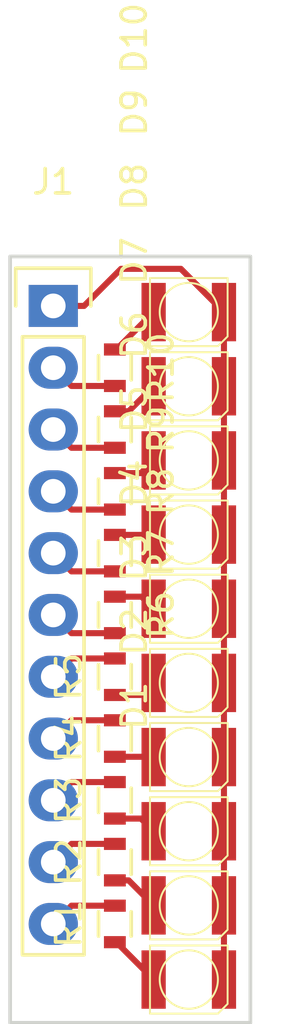
<source format=kicad_pcb>
(kicad_pcb (version 4) (host pcbnew 4.0.5)

  (general
    (links 30)
    (no_connects 0)
    (area 136.158572 94.031619 148.843 136.219001)
    (thickness 1.6)
    (drawings 4)
    (tracks 53)
    (zones 0)
    (modules 21)
    (nets 22)
  )

  (page A4)
  (layers
    (0 F.Cu signal)
    (31 B.Cu signal)
    (32 B.Adhes user)
    (33 F.Adhes user)
    (34 B.Paste user)
    (35 F.Paste user)
    (36 B.SilkS user)
    (37 F.SilkS user)
    (38 B.Mask user)
    (39 F.Mask user)
    (40 Dwgs.User user)
    (41 Cmts.User user)
    (42 Eco1.User user)
    (43 Eco2.User user)
    (44 Edge.Cuts user)
    (45 Margin user)
    (46 B.CrtYd user)
    (47 F.CrtYd user)
    (48 B.Fab user)
    (49 F.Fab user)
  )

  (setup
    (last_trace_width 0.25)
    (trace_clearance 0.2)
    (zone_clearance 0.508)
    (zone_45_only no)
    (trace_min 0.2)
    (segment_width 0.2)
    (edge_width 0.15)
    (via_size 0.6)
    (via_drill 0.4)
    (via_min_size 0.4)
    (via_min_drill 0.3)
    (uvia_size 0.3)
    (uvia_drill 0.1)
    (uvias_allowed no)
    (uvia_min_size 0.2)
    (uvia_min_drill 0.1)
    (pcb_text_width 0.3)
    (pcb_text_size 1.5 1.5)
    (mod_edge_width 0.15)
    (mod_text_size 1 1)
    (mod_text_width 0.15)
    (pad_size 1.524 1.524)
    (pad_drill 0.762)
    (pad_to_mask_clearance 0.2)
    (aux_axis_origin 137.16 135.89)
    (grid_origin 137.16 135.89)
    (visible_elements FFFFFF7F)
    (pcbplotparams
      (layerselection 0x01000_00000000)
      (usegerberextensions false)
      (excludeedgelayer true)
      (linewidth 0.100000)
      (plotframeref false)
      (viasonmask false)
      (mode 1)
      (useauxorigin true)
      (hpglpennumber 1)
      (hpglpenspeed 20)
      (hpglpendiameter 15)
      (hpglpenoverlay 2)
      (psnegative false)
      (psa4output false)
      (plotreference false)
      (plotvalue false)
      (plotinvisibletext false)
      (padsonsilk false)
      (subtractmaskfromsilk false)
      (outputformat 1)
      (mirror false)
      (drillshape 0)
      (scaleselection 1)
      (outputdirectory ""))
  )

  (net 0 "")
  (net 1 GNDREF)
  (net 2 "Net-(D1-Pad2)")
  (net 3 "Net-(D2-Pad2)")
  (net 4 "Net-(D3-Pad2)")
  (net 5 "Net-(D4-Pad2)")
  (net 6 "Net-(D5-Pad2)")
  (net 7 "Net-(D6-Pad2)")
  (net 8 "Net-(D7-Pad2)")
  (net 9 "Net-(D8-Pad2)")
  (net 10 "Net-(D9-Pad2)")
  (net 11 "Net-(D10-Pad2)")
  (net 12 "Net-(J1-Pad2)")
  (net 13 "Net-(J1-Pad3)")
  (net 14 "Net-(J1-Pad4)")
  (net 15 "Net-(J1-Pad5)")
  (net 16 "Net-(J1-Pad6)")
  (net 17 "Net-(J1-Pad7)")
  (net 18 "Net-(J1-Pad8)")
  (net 19 "Net-(J1-Pad9)")
  (net 20 "Net-(J1-Pad10)")
  (net 21 "Net-(J1-Pad11)")

  (net_class Default "Questo è il gruppo di collegamenti predefinito"
    (clearance 0.2)
    (trace_width 0.25)
    (via_dia 0.6)
    (via_drill 0.4)
    (uvia_dia 0.3)
    (uvia_drill 0.1)
    (add_net GNDREF)
    (add_net "Net-(D1-Pad2)")
    (add_net "Net-(D10-Pad2)")
    (add_net "Net-(D2-Pad2)")
    (add_net "Net-(D3-Pad2)")
    (add_net "Net-(D4-Pad2)")
    (add_net "Net-(D5-Pad2)")
    (add_net "Net-(D6-Pad2)")
    (add_net "Net-(D7-Pad2)")
    (add_net "Net-(D8-Pad2)")
    (add_net "Net-(D9-Pad2)")
    (add_net "Net-(J1-Pad10)")
    (add_net "Net-(J1-Pad11)")
    (add_net "Net-(J1-Pad2)")
    (add_net "Net-(J1-Pad3)")
    (add_net "Net-(J1-Pad4)")
    (add_net "Net-(J1-Pad5)")
    (add_net "Net-(J1-Pad6)")
    (add_net "Net-(J1-Pad7)")
    (add_net "Net-(J1-Pad8)")
    (add_net "Net-(J1-Pad9)")
  )

  (module foots:LED_3528 (layer F.Cu) (tedit 58E60169) (tstamp 58E60271)
    (at 144.018 134.366 90)
    (path /58E5FC86)
    (fp_text reference D1 (at 11.25 -2.25 90) (layer F.SilkS)
      (effects (font (size 1 1) (thickness 0.15)))
    )
    (fp_text value LED (at 9.75 3.75 90) (layer F.Fab)
      (effects (font (size 1 1) (thickness 0.15)))
    )
    (fp_line (start 1.4 1.6) (end -1 1.6) (layer F.SilkS) (width 0.08))
    (fp_line (start -1 1.6) (end -1.4 1.2) (layer F.SilkS) (width 0.08))
    (fp_line (start -1.4 1.2) (end -1.4 -1.6) (layer F.SilkS) (width 0.08))
    (fp_circle (center 0 0) (end 1.2 0) (layer F.SilkS) (width 0.08))
    (fp_line (start 1.4 1.6) (end 1.4 -1.6) (layer F.SilkS) (width 0.08))
    (fp_line (start 1.4 -1.6) (end -1.4 -1.6) (layer F.SilkS) (width 0.08))
    (pad 1 smd rect (at 0 1.45 90) (size 2.4 1) (layers F.Cu F.Paste F.Mask)
      (net 1 GNDREF))
    (pad 2 smd rect (at 0 -1.45 90) (size 2.4 1) (layers F.Cu F.Paste F.Mask)
      (net 2 "Net-(D1-Pad2)"))
  )

  (module foots:LED_3528 (layer F.Cu) (tedit 58E60169) (tstamp 58E6027D)
    (at 144.018 131.318 90)
    (path /58E5FD76)
    (fp_text reference D2 (at 11.25 -2.25 90) (layer F.SilkS)
      (effects (font (size 1 1) (thickness 0.15)))
    )
    (fp_text value LED (at 9.75 3.75 90) (layer F.Fab)
      (effects (font (size 1 1) (thickness 0.15)))
    )
    (fp_line (start 1.4 1.6) (end -1 1.6) (layer F.SilkS) (width 0.08))
    (fp_line (start -1 1.6) (end -1.4 1.2) (layer F.SilkS) (width 0.08))
    (fp_line (start -1.4 1.2) (end -1.4 -1.6) (layer F.SilkS) (width 0.08))
    (fp_circle (center 0 0) (end 1.2 0) (layer F.SilkS) (width 0.08))
    (fp_line (start 1.4 1.6) (end 1.4 -1.6) (layer F.SilkS) (width 0.08))
    (fp_line (start 1.4 -1.6) (end -1.4 -1.6) (layer F.SilkS) (width 0.08))
    (pad 1 smd rect (at 0 1.45 90) (size 2.4 1) (layers F.Cu F.Paste F.Mask)
      (net 1 GNDREF))
    (pad 2 smd rect (at 0 -1.45 90) (size 2.4 1) (layers F.Cu F.Paste F.Mask)
      (net 3 "Net-(D2-Pad2)"))
  )

  (module foots:LED_3528 (layer F.Cu) (tedit 58E60169) (tstamp 58E60289)
    (at 144.018 128.27 90)
    (path /58E5FE5A)
    (fp_text reference D3 (at 11.25 -2.25 90) (layer F.SilkS)
      (effects (font (size 1 1) (thickness 0.15)))
    )
    (fp_text value LED (at 9.75 3.75 90) (layer F.Fab)
      (effects (font (size 1 1) (thickness 0.15)))
    )
    (fp_line (start 1.4 1.6) (end -1 1.6) (layer F.SilkS) (width 0.08))
    (fp_line (start -1 1.6) (end -1.4 1.2) (layer F.SilkS) (width 0.08))
    (fp_line (start -1.4 1.2) (end -1.4 -1.6) (layer F.SilkS) (width 0.08))
    (fp_circle (center 0 0) (end 1.2 0) (layer F.SilkS) (width 0.08))
    (fp_line (start 1.4 1.6) (end 1.4 -1.6) (layer F.SilkS) (width 0.08))
    (fp_line (start 1.4 -1.6) (end -1.4 -1.6) (layer F.SilkS) (width 0.08))
    (pad 1 smd rect (at 0 1.45 90) (size 2.4 1) (layers F.Cu F.Paste F.Mask)
      (net 1 GNDREF))
    (pad 2 smd rect (at 0 -1.45 90) (size 2.4 1) (layers F.Cu F.Paste F.Mask)
      (net 4 "Net-(D3-Pad2)"))
  )

  (module foots:LED_3528 (layer F.Cu) (tedit 58E60169) (tstamp 58E60295)
    (at 144.018 125.222 90)
    (path /58E5FE69)
    (fp_text reference D4 (at 11.25 -2.25 90) (layer F.SilkS)
      (effects (font (size 1 1) (thickness 0.15)))
    )
    (fp_text value LED (at 9.75 3.75 90) (layer F.Fab)
      (effects (font (size 1 1) (thickness 0.15)))
    )
    (fp_line (start 1.4 1.6) (end -1 1.6) (layer F.SilkS) (width 0.08))
    (fp_line (start -1 1.6) (end -1.4 1.2) (layer F.SilkS) (width 0.08))
    (fp_line (start -1.4 1.2) (end -1.4 -1.6) (layer F.SilkS) (width 0.08))
    (fp_circle (center 0 0) (end 1.2 0) (layer F.SilkS) (width 0.08))
    (fp_line (start 1.4 1.6) (end 1.4 -1.6) (layer F.SilkS) (width 0.08))
    (fp_line (start 1.4 -1.6) (end -1.4 -1.6) (layer F.SilkS) (width 0.08))
    (pad 1 smd rect (at 0 1.45 90) (size 2.4 1) (layers F.Cu F.Paste F.Mask)
      (net 1 GNDREF))
    (pad 2 smd rect (at 0 -1.45 90) (size 2.4 1) (layers F.Cu F.Paste F.Mask)
      (net 5 "Net-(D4-Pad2)"))
  )

  (module foots:LED_3528 (layer F.Cu) (tedit 58E60169) (tstamp 58E602A1)
    (at 144.018 122.174 90)
    (path /58E5FF40)
    (fp_text reference D5 (at 11.25 -2.25 90) (layer F.SilkS)
      (effects (font (size 1 1) (thickness 0.15)))
    )
    (fp_text value LED (at 9.75 3.75 90) (layer F.Fab)
      (effects (font (size 1 1) (thickness 0.15)))
    )
    (fp_line (start 1.4 1.6) (end -1 1.6) (layer F.SilkS) (width 0.08))
    (fp_line (start -1 1.6) (end -1.4 1.2) (layer F.SilkS) (width 0.08))
    (fp_line (start -1.4 1.2) (end -1.4 -1.6) (layer F.SilkS) (width 0.08))
    (fp_circle (center 0 0) (end 1.2 0) (layer F.SilkS) (width 0.08))
    (fp_line (start 1.4 1.6) (end 1.4 -1.6) (layer F.SilkS) (width 0.08))
    (fp_line (start 1.4 -1.6) (end -1.4 -1.6) (layer F.SilkS) (width 0.08))
    (pad 1 smd rect (at 0 1.45 90) (size 2.4 1) (layers F.Cu F.Paste F.Mask)
      (net 1 GNDREF))
    (pad 2 smd rect (at 0 -1.45 90) (size 2.4 1) (layers F.Cu F.Paste F.Mask)
      (net 6 "Net-(D5-Pad2)"))
  )

  (module foots:LED_3528 (layer F.Cu) (tedit 58E60169) (tstamp 58E602AD)
    (at 144.018 119.126 90)
    (path /58E5FF4F)
    (fp_text reference D6 (at 11.25 -2.25 90) (layer F.SilkS)
      (effects (font (size 1 1) (thickness 0.15)))
    )
    (fp_text value LED (at 9.75 3.75 90) (layer F.Fab)
      (effects (font (size 1 1) (thickness 0.15)))
    )
    (fp_line (start 1.4 1.6) (end -1 1.6) (layer F.SilkS) (width 0.08))
    (fp_line (start -1 1.6) (end -1.4 1.2) (layer F.SilkS) (width 0.08))
    (fp_line (start -1.4 1.2) (end -1.4 -1.6) (layer F.SilkS) (width 0.08))
    (fp_circle (center 0 0) (end 1.2 0) (layer F.SilkS) (width 0.08))
    (fp_line (start 1.4 1.6) (end 1.4 -1.6) (layer F.SilkS) (width 0.08))
    (fp_line (start 1.4 -1.6) (end -1.4 -1.6) (layer F.SilkS) (width 0.08))
    (pad 1 smd rect (at 0 1.45 90) (size 2.4 1) (layers F.Cu F.Paste F.Mask)
      (net 1 GNDREF))
    (pad 2 smd rect (at 0 -1.45 90) (size 2.4 1) (layers F.Cu F.Paste F.Mask)
      (net 7 "Net-(D6-Pad2)"))
  )

  (module foots:LED_3528 (layer F.Cu) (tedit 58E60169) (tstamp 58E602B9)
    (at 144.018 116.078 90)
    (path /58E5FF5E)
    (fp_text reference D7 (at 11.25 -2.25 90) (layer F.SilkS)
      (effects (font (size 1 1) (thickness 0.15)))
    )
    (fp_text value LED (at 9.75 3.75 90) (layer F.Fab)
      (effects (font (size 1 1) (thickness 0.15)))
    )
    (fp_line (start 1.4 1.6) (end -1 1.6) (layer F.SilkS) (width 0.08))
    (fp_line (start -1 1.6) (end -1.4 1.2) (layer F.SilkS) (width 0.08))
    (fp_line (start -1.4 1.2) (end -1.4 -1.6) (layer F.SilkS) (width 0.08))
    (fp_circle (center 0 0) (end 1.2 0) (layer F.SilkS) (width 0.08))
    (fp_line (start 1.4 1.6) (end 1.4 -1.6) (layer F.SilkS) (width 0.08))
    (fp_line (start 1.4 -1.6) (end -1.4 -1.6) (layer F.SilkS) (width 0.08))
    (pad 1 smd rect (at 0 1.45 90) (size 2.4 1) (layers F.Cu F.Paste F.Mask)
      (net 1 GNDREF))
    (pad 2 smd rect (at 0 -1.45 90) (size 2.4 1) (layers F.Cu F.Paste F.Mask)
      (net 8 "Net-(D7-Pad2)"))
  )

  (module foots:LED_3528 (layer F.Cu) (tedit 58E60169) (tstamp 58E602C5)
    (at 144.018 113.03 90)
    (path /58E5FF6D)
    (fp_text reference D8 (at 11.25 -2.25 90) (layer F.SilkS)
      (effects (font (size 1 1) (thickness 0.15)))
    )
    (fp_text value LED (at 9.75 3.75 90) (layer F.Fab)
      (effects (font (size 1 1) (thickness 0.15)))
    )
    (fp_line (start 1.4 1.6) (end -1 1.6) (layer F.SilkS) (width 0.08))
    (fp_line (start -1 1.6) (end -1.4 1.2) (layer F.SilkS) (width 0.08))
    (fp_line (start -1.4 1.2) (end -1.4 -1.6) (layer F.SilkS) (width 0.08))
    (fp_circle (center 0 0) (end 1.2 0) (layer F.SilkS) (width 0.08))
    (fp_line (start 1.4 1.6) (end 1.4 -1.6) (layer F.SilkS) (width 0.08))
    (fp_line (start 1.4 -1.6) (end -1.4 -1.6) (layer F.SilkS) (width 0.08))
    (pad 1 smd rect (at 0 1.45 90) (size 2.4 1) (layers F.Cu F.Paste F.Mask)
      (net 1 GNDREF))
    (pad 2 smd rect (at 0 -1.45 90) (size 2.4 1) (layers F.Cu F.Paste F.Mask)
      (net 9 "Net-(D8-Pad2)"))
  )

  (module foots:LED_3528 (layer F.Cu) (tedit 58E60169) (tstamp 58E602D1)
    (at 144.018 109.982 90)
    (path /58E5FFDD)
    (fp_text reference D9 (at 11.25 -2.25 90) (layer F.SilkS)
      (effects (font (size 1 1) (thickness 0.15)))
    )
    (fp_text value LED (at 9.75 3.75 90) (layer F.Fab)
      (effects (font (size 1 1) (thickness 0.15)))
    )
    (fp_line (start 1.4 1.6) (end -1 1.6) (layer F.SilkS) (width 0.08))
    (fp_line (start -1 1.6) (end -1.4 1.2) (layer F.SilkS) (width 0.08))
    (fp_line (start -1.4 1.2) (end -1.4 -1.6) (layer F.SilkS) (width 0.08))
    (fp_circle (center 0 0) (end 1.2 0) (layer F.SilkS) (width 0.08))
    (fp_line (start 1.4 1.6) (end 1.4 -1.6) (layer F.SilkS) (width 0.08))
    (fp_line (start 1.4 -1.6) (end -1.4 -1.6) (layer F.SilkS) (width 0.08))
    (pad 1 smd rect (at 0 1.45 90) (size 2.4 1) (layers F.Cu F.Paste F.Mask)
      (net 1 GNDREF))
    (pad 2 smd rect (at 0 -1.45 90) (size 2.4 1) (layers F.Cu F.Paste F.Mask)
      (net 10 "Net-(D9-Pad2)"))
  )

  (module foots:LED_3528 (layer F.Cu) (tedit 58E60169) (tstamp 58E602DD)
    (at 144.018 106.934 90)
    (path /58E5FFEC)
    (fp_text reference D10 (at 11.25 -2.25 90) (layer F.SilkS)
      (effects (font (size 1 1) (thickness 0.15)))
    )
    (fp_text value LED (at 9.75 3.75 90) (layer F.Fab)
      (effects (font (size 1 1) (thickness 0.15)))
    )
    (fp_line (start 1.4 1.6) (end -1 1.6) (layer F.SilkS) (width 0.08))
    (fp_line (start -1 1.6) (end -1.4 1.2) (layer F.SilkS) (width 0.08))
    (fp_line (start -1.4 1.2) (end -1.4 -1.6) (layer F.SilkS) (width 0.08))
    (fp_circle (center 0 0) (end 1.2 0) (layer F.SilkS) (width 0.08))
    (fp_line (start 1.4 1.6) (end 1.4 -1.6) (layer F.SilkS) (width 0.08))
    (fp_line (start 1.4 -1.6) (end -1.4 -1.6) (layer F.SilkS) (width 0.08))
    (pad 1 smd rect (at 0 1.45 90) (size 2.4 1) (layers F.Cu F.Paste F.Mask)
      (net 1 GNDREF))
    (pad 2 smd rect (at 0 -1.45 90) (size 2.4 1) (layers F.Cu F.Paste F.Mask)
      (net 11 "Net-(D10-Pad2)"))
  )

  (module Pin_Headers:Pin_Header_Straight_1x11 (layer F.Cu) (tedit 0) (tstamp 58E602EC)
    (at 138.43 106.68)
    (descr "Through hole pin header")
    (tags "pin header")
    (path /58E60484)
    (fp_text reference J1 (at 0 -5.1) (layer F.SilkS)
      (effects (font (size 1 1) (thickness 0.15)))
    )
    (fp_text value CONN (at 0 -3.1) (layer F.Fab)
      (effects (font (size 1 1) (thickness 0.15)))
    )
    (fp_line (start -1.75 -1.75) (end -1.75 27.15) (layer F.CrtYd) (width 0.05))
    (fp_line (start 1.75 -1.75) (end 1.75 27.15) (layer F.CrtYd) (width 0.05))
    (fp_line (start -1.75 -1.75) (end 1.75 -1.75) (layer F.CrtYd) (width 0.05))
    (fp_line (start -1.75 27.15) (end 1.75 27.15) (layer F.CrtYd) (width 0.05))
    (fp_line (start 1.27 1.27) (end 1.27 26.67) (layer F.SilkS) (width 0.15))
    (fp_line (start 1.27 26.67) (end -1.27 26.67) (layer F.SilkS) (width 0.15))
    (fp_line (start -1.27 26.67) (end -1.27 1.27) (layer F.SilkS) (width 0.15))
    (fp_line (start 1.55 -1.55) (end 1.55 0) (layer F.SilkS) (width 0.15))
    (fp_line (start 1.27 1.27) (end -1.27 1.27) (layer F.SilkS) (width 0.15))
    (fp_line (start -1.55 0) (end -1.55 -1.55) (layer F.SilkS) (width 0.15))
    (fp_line (start -1.55 -1.55) (end 1.55 -1.55) (layer F.SilkS) (width 0.15))
    (pad 1 thru_hole rect (at 0 0) (size 2.032 1.7272) (drill 1.016) (layers *.Cu *.Mask)
      (net 1 GNDREF))
    (pad 2 thru_hole oval (at 0 2.54) (size 2.032 1.7272) (drill 1.016) (layers *.Cu *.Mask)
      (net 12 "Net-(J1-Pad2)"))
    (pad 3 thru_hole oval (at 0 5.08) (size 2.032 1.7272) (drill 1.016) (layers *.Cu *.Mask)
      (net 13 "Net-(J1-Pad3)"))
    (pad 4 thru_hole oval (at 0 7.62) (size 2.032 1.7272) (drill 1.016) (layers *.Cu *.Mask)
      (net 14 "Net-(J1-Pad4)"))
    (pad 5 thru_hole oval (at 0 10.16) (size 2.032 1.7272) (drill 1.016) (layers *.Cu *.Mask)
      (net 15 "Net-(J1-Pad5)"))
    (pad 6 thru_hole oval (at 0 12.7) (size 2.032 1.7272) (drill 1.016) (layers *.Cu *.Mask)
      (net 16 "Net-(J1-Pad6)"))
    (pad 7 thru_hole oval (at 0 15.24) (size 2.032 1.7272) (drill 1.016) (layers *.Cu *.Mask)
      (net 17 "Net-(J1-Pad7)"))
    (pad 8 thru_hole oval (at 0 17.78) (size 2.032 1.7272) (drill 1.016) (layers *.Cu *.Mask)
      (net 18 "Net-(J1-Pad8)"))
    (pad 9 thru_hole oval (at 0 20.32) (size 2.032 1.7272) (drill 1.016) (layers *.Cu *.Mask)
      (net 19 "Net-(J1-Pad9)"))
    (pad 10 thru_hole oval (at 0 22.86) (size 2.032 1.7272) (drill 1.016) (layers *.Cu *.Mask)
      (net 20 "Net-(J1-Pad10)"))
    (pad 11 thru_hole oval (at 0 25.4) (size 2.032 1.7272) (drill 1.016) (layers *.Cu *.Mask)
      (net 21 "Net-(J1-Pad11)"))
    (model Pin_Headers.3dshapes/Pin_Header_Straight_1x11.wrl
      (at (xyz 0 -0.5 0))
      (scale (xyz 1 1 1))
      (rotate (xyz 0 0 90))
    )
  )

  (module Resistors_SMD:R_0603 (layer F.Cu) (tedit 58307A47) (tstamp 58E602F2)
    (at 140.97 132.08 90)
    (descr "Resistor SMD 0603, reflow soldering, Vishay (see dcrcw.pdf)")
    (tags "resistor 0603")
    (path /58E5FCD3)
    (attr smd)
    (fp_text reference R1 (at 0 -1.9 90) (layer F.SilkS)
      (effects (font (size 1 1) (thickness 0.15)))
    )
    (fp_text value 220R (at 0 1.9 90) (layer F.Fab)
      (effects (font (size 1 1) (thickness 0.15)))
    )
    (fp_line (start -0.8 0.4) (end -0.8 -0.4) (layer F.Fab) (width 0.1))
    (fp_line (start 0.8 0.4) (end -0.8 0.4) (layer F.Fab) (width 0.1))
    (fp_line (start 0.8 -0.4) (end 0.8 0.4) (layer F.Fab) (width 0.1))
    (fp_line (start -0.8 -0.4) (end 0.8 -0.4) (layer F.Fab) (width 0.1))
    (fp_line (start -1.3 -0.8) (end 1.3 -0.8) (layer F.CrtYd) (width 0.05))
    (fp_line (start -1.3 0.8) (end 1.3 0.8) (layer F.CrtYd) (width 0.05))
    (fp_line (start -1.3 -0.8) (end -1.3 0.8) (layer F.CrtYd) (width 0.05))
    (fp_line (start 1.3 -0.8) (end 1.3 0.8) (layer F.CrtYd) (width 0.05))
    (fp_line (start 0.5 0.675) (end -0.5 0.675) (layer F.SilkS) (width 0.15))
    (fp_line (start -0.5 -0.675) (end 0.5 -0.675) (layer F.SilkS) (width 0.15))
    (pad 1 smd rect (at -0.75 0 90) (size 0.5 0.9) (layers F.Cu F.Paste F.Mask)
      (net 2 "Net-(D1-Pad2)"))
    (pad 2 smd rect (at 0.75 0 90) (size 0.5 0.9) (layers F.Cu F.Paste F.Mask)
      (net 21 "Net-(J1-Pad11)"))
    (model Resistors_SMD.3dshapes/R_0603.wrl
      (at (xyz 0 0 0))
      (scale (xyz 1 1 1))
      (rotate (xyz 0 0 0))
    )
  )

  (module Resistors_SMD:R_0603 (layer F.Cu) (tedit 58307A47) (tstamp 58E602F8)
    (at 140.97 129.54 90)
    (descr "Resistor SMD 0603, reflow soldering, Vishay (see dcrcw.pdf)")
    (tags "resistor 0603")
    (path /58E5FD7C)
    (attr smd)
    (fp_text reference R2 (at 0 -1.9 90) (layer F.SilkS)
      (effects (font (size 1 1) (thickness 0.15)))
    )
    (fp_text value 220R (at 0 1.9 90) (layer F.Fab)
      (effects (font (size 1 1) (thickness 0.15)))
    )
    (fp_line (start -0.8 0.4) (end -0.8 -0.4) (layer F.Fab) (width 0.1))
    (fp_line (start 0.8 0.4) (end -0.8 0.4) (layer F.Fab) (width 0.1))
    (fp_line (start 0.8 -0.4) (end 0.8 0.4) (layer F.Fab) (width 0.1))
    (fp_line (start -0.8 -0.4) (end 0.8 -0.4) (layer F.Fab) (width 0.1))
    (fp_line (start -1.3 -0.8) (end 1.3 -0.8) (layer F.CrtYd) (width 0.05))
    (fp_line (start -1.3 0.8) (end 1.3 0.8) (layer F.CrtYd) (width 0.05))
    (fp_line (start -1.3 -0.8) (end -1.3 0.8) (layer F.CrtYd) (width 0.05))
    (fp_line (start 1.3 -0.8) (end 1.3 0.8) (layer F.CrtYd) (width 0.05))
    (fp_line (start 0.5 0.675) (end -0.5 0.675) (layer F.SilkS) (width 0.15))
    (fp_line (start -0.5 -0.675) (end 0.5 -0.675) (layer F.SilkS) (width 0.15))
    (pad 1 smd rect (at -0.75 0 90) (size 0.5 0.9) (layers F.Cu F.Paste F.Mask)
      (net 3 "Net-(D2-Pad2)"))
    (pad 2 smd rect (at 0.75 0 90) (size 0.5 0.9) (layers F.Cu F.Paste F.Mask)
      (net 20 "Net-(J1-Pad10)"))
    (model Resistors_SMD.3dshapes/R_0603.wrl
      (at (xyz 0 0 0))
      (scale (xyz 1 1 1))
      (rotate (xyz 0 0 0))
    )
  )

  (module Resistors_SMD:R_0603 (layer F.Cu) (tedit 58307A47) (tstamp 58E602FE)
    (at 140.97 127 90)
    (descr "Resistor SMD 0603, reflow soldering, Vishay (see dcrcw.pdf)")
    (tags "resistor 0603")
    (path /58E5FE60)
    (attr smd)
    (fp_text reference R3 (at 0 -1.9 90) (layer F.SilkS)
      (effects (font (size 1 1) (thickness 0.15)))
    )
    (fp_text value 220R (at 0 1.9 90) (layer F.Fab)
      (effects (font (size 1 1) (thickness 0.15)))
    )
    (fp_line (start -0.8 0.4) (end -0.8 -0.4) (layer F.Fab) (width 0.1))
    (fp_line (start 0.8 0.4) (end -0.8 0.4) (layer F.Fab) (width 0.1))
    (fp_line (start 0.8 -0.4) (end 0.8 0.4) (layer F.Fab) (width 0.1))
    (fp_line (start -0.8 -0.4) (end 0.8 -0.4) (layer F.Fab) (width 0.1))
    (fp_line (start -1.3 -0.8) (end 1.3 -0.8) (layer F.CrtYd) (width 0.05))
    (fp_line (start -1.3 0.8) (end 1.3 0.8) (layer F.CrtYd) (width 0.05))
    (fp_line (start -1.3 -0.8) (end -1.3 0.8) (layer F.CrtYd) (width 0.05))
    (fp_line (start 1.3 -0.8) (end 1.3 0.8) (layer F.CrtYd) (width 0.05))
    (fp_line (start 0.5 0.675) (end -0.5 0.675) (layer F.SilkS) (width 0.15))
    (fp_line (start -0.5 -0.675) (end 0.5 -0.675) (layer F.SilkS) (width 0.15))
    (pad 1 smd rect (at -0.75 0 90) (size 0.5 0.9) (layers F.Cu F.Paste F.Mask)
      (net 4 "Net-(D3-Pad2)"))
    (pad 2 smd rect (at 0.75 0 90) (size 0.5 0.9) (layers F.Cu F.Paste F.Mask)
      (net 19 "Net-(J1-Pad9)"))
    (model Resistors_SMD.3dshapes/R_0603.wrl
      (at (xyz 0 0 0))
      (scale (xyz 1 1 1))
      (rotate (xyz 0 0 0))
    )
  )

  (module Resistors_SMD:R_0603 (layer F.Cu) (tedit 58307A47) (tstamp 58E60304)
    (at 140.97 124.46 90)
    (descr "Resistor SMD 0603, reflow soldering, Vishay (see dcrcw.pdf)")
    (tags "resistor 0603")
    (path /58E5FE6F)
    (attr smd)
    (fp_text reference R4 (at 0 -1.9 90) (layer F.SilkS)
      (effects (font (size 1 1) (thickness 0.15)))
    )
    (fp_text value 220R (at 0 1.9 90) (layer F.Fab)
      (effects (font (size 1 1) (thickness 0.15)))
    )
    (fp_line (start -0.8 0.4) (end -0.8 -0.4) (layer F.Fab) (width 0.1))
    (fp_line (start 0.8 0.4) (end -0.8 0.4) (layer F.Fab) (width 0.1))
    (fp_line (start 0.8 -0.4) (end 0.8 0.4) (layer F.Fab) (width 0.1))
    (fp_line (start -0.8 -0.4) (end 0.8 -0.4) (layer F.Fab) (width 0.1))
    (fp_line (start -1.3 -0.8) (end 1.3 -0.8) (layer F.CrtYd) (width 0.05))
    (fp_line (start -1.3 0.8) (end 1.3 0.8) (layer F.CrtYd) (width 0.05))
    (fp_line (start -1.3 -0.8) (end -1.3 0.8) (layer F.CrtYd) (width 0.05))
    (fp_line (start 1.3 -0.8) (end 1.3 0.8) (layer F.CrtYd) (width 0.05))
    (fp_line (start 0.5 0.675) (end -0.5 0.675) (layer F.SilkS) (width 0.15))
    (fp_line (start -0.5 -0.675) (end 0.5 -0.675) (layer F.SilkS) (width 0.15))
    (pad 1 smd rect (at -0.75 0 90) (size 0.5 0.9) (layers F.Cu F.Paste F.Mask)
      (net 5 "Net-(D4-Pad2)"))
    (pad 2 smd rect (at 0.75 0 90) (size 0.5 0.9) (layers F.Cu F.Paste F.Mask)
      (net 18 "Net-(J1-Pad8)"))
    (model Resistors_SMD.3dshapes/R_0603.wrl
      (at (xyz 0 0 0))
      (scale (xyz 1 1 1))
      (rotate (xyz 0 0 0))
    )
  )

  (module Resistors_SMD:R_0603 (layer F.Cu) (tedit 58307A47) (tstamp 58E6030A)
    (at 140.97 121.92 90)
    (descr "Resistor SMD 0603, reflow soldering, Vishay (see dcrcw.pdf)")
    (tags "resistor 0603")
    (path /58E5FF46)
    (attr smd)
    (fp_text reference R5 (at 0 -1.9 90) (layer F.SilkS)
      (effects (font (size 1 1) (thickness 0.15)))
    )
    (fp_text value 220R (at 0 1.9 90) (layer F.Fab)
      (effects (font (size 1 1) (thickness 0.15)))
    )
    (fp_line (start -0.8 0.4) (end -0.8 -0.4) (layer F.Fab) (width 0.1))
    (fp_line (start 0.8 0.4) (end -0.8 0.4) (layer F.Fab) (width 0.1))
    (fp_line (start 0.8 -0.4) (end 0.8 0.4) (layer F.Fab) (width 0.1))
    (fp_line (start -0.8 -0.4) (end 0.8 -0.4) (layer F.Fab) (width 0.1))
    (fp_line (start -1.3 -0.8) (end 1.3 -0.8) (layer F.CrtYd) (width 0.05))
    (fp_line (start -1.3 0.8) (end 1.3 0.8) (layer F.CrtYd) (width 0.05))
    (fp_line (start -1.3 -0.8) (end -1.3 0.8) (layer F.CrtYd) (width 0.05))
    (fp_line (start 1.3 -0.8) (end 1.3 0.8) (layer F.CrtYd) (width 0.05))
    (fp_line (start 0.5 0.675) (end -0.5 0.675) (layer F.SilkS) (width 0.15))
    (fp_line (start -0.5 -0.675) (end 0.5 -0.675) (layer F.SilkS) (width 0.15))
    (pad 1 smd rect (at -0.75 0 90) (size 0.5 0.9) (layers F.Cu F.Paste F.Mask)
      (net 6 "Net-(D5-Pad2)"))
    (pad 2 smd rect (at 0.75 0 90) (size 0.5 0.9) (layers F.Cu F.Paste F.Mask)
      (net 17 "Net-(J1-Pad7)"))
    (model Resistors_SMD.3dshapes/R_0603.wrl
      (at (xyz 0 0 0))
      (scale (xyz 1 1 1))
      (rotate (xyz 0 0 0))
    )
  )

  (module Resistors_SMD:R_0603 (layer F.Cu) (tedit 58307A47) (tstamp 58E60310)
    (at 140.97 119.38 270)
    (descr "Resistor SMD 0603, reflow soldering, Vishay (see dcrcw.pdf)")
    (tags "resistor 0603")
    (path /58E5FF55)
    (attr smd)
    (fp_text reference R6 (at 0 -1.9 270) (layer F.SilkS)
      (effects (font (size 1 1) (thickness 0.15)))
    )
    (fp_text value 220R (at 0 1.9 270) (layer F.Fab)
      (effects (font (size 1 1) (thickness 0.15)))
    )
    (fp_line (start -0.8 0.4) (end -0.8 -0.4) (layer F.Fab) (width 0.1))
    (fp_line (start 0.8 0.4) (end -0.8 0.4) (layer F.Fab) (width 0.1))
    (fp_line (start 0.8 -0.4) (end 0.8 0.4) (layer F.Fab) (width 0.1))
    (fp_line (start -0.8 -0.4) (end 0.8 -0.4) (layer F.Fab) (width 0.1))
    (fp_line (start -1.3 -0.8) (end 1.3 -0.8) (layer F.CrtYd) (width 0.05))
    (fp_line (start -1.3 0.8) (end 1.3 0.8) (layer F.CrtYd) (width 0.05))
    (fp_line (start -1.3 -0.8) (end -1.3 0.8) (layer F.CrtYd) (width 0.05))
    (fp_line (start 1.3 -0.8) (end 1.3 0.8) (layer F.CrtYd) (width 0.05))
    (fp_line (start 0.5 0.675) (end -0.5 0.675) (layer F.SilkS) (width 0.15))
    (fp_line (start -0.5 -0.675) (end 0.5 -0.675) (layer F.SilkS) (width 0.15))
    (pad 1 smd rect (at -0.75 0 270) (size 0.5 0.9) (layers F.Cu F.Paste F.Mask)
      (net 7 "Net-(D6-Pad2)"))
    (pad 2 smd rect (at 0.75 0 270) (size 0.5 0.9) (layers F.Cu F.Paste F.Mask)
      (net 16 "Net-(J1-Pad6)"))
    (model Resistors_SMD.3dshapes/R_0603.wrl
      (at (xyz 0 0 0))
      (scale (xyz 1 1 1))
      (rotate (xyz 0 0 0))
    )
  )

  (module Resistors_SMD:R_0603 (layer F.Cu) (tedit 58307A47) (tstamp 58E60316)
    (at 140.97 116.84 270)
    (descr "Resistor SMD 0603, reflow soldering, Vishay (see dcrcw.pdf)")
    (tags "resistor 0603")
    (path /58E5FF64)
    (attr smd)
    (fp_text reference R7 (at 0 -1.9 270) (layer F.SilkS)
      (effects (font (size 1 1) (thickness 0.15)))
    )
    (fp_text value 220R (at 0 1.9 270) (layer F.Fab)
      (effects (font (size 1 1) (thickness 0.15)))
    )
    (fp_line (start -0.8 0.4) (end -0.8 -0.4) (layer F.Fab) (width 0.1))
    (fp_line (start 0.8 0.4) (end -0.8 0.4) (layer F.Fab) (width 0.1))
    (fp_line (start 0.8 -0.4) (end 0.8 0.4) (layer F.Fab) (width 0.1))
    (fp_line (start -0.8 -0.4) (end 0.8 -0.4) (layer F.Fab) (width 0.1))
    (fp_line (start -1.3 -0.8) (end 1.3 -0.8) (layer F.CrtYd) (width 0.05))
    (fp_line (start -1.3 0.8) (end 1.3 0.8) (layer F.CrtYd) (width 0.05))
    (fp_line (start -1.3 -0.8) (end -1.3 0.8) (layer F.CrtYd) (width 0.05))
    (fp_line (start 1.3 -0.8) (end 1.3 0.8) (layer F.CrtYd) (width 0.05))
    (fp_line (start 0.5 0.675) (end -0.5 0.675) (layer F.SilkS) (width 0.15))
    (fp_line (start -0.5 -0.675) (end 0.5 -0.675) (layer F.SilkS) (width 0.15))
    (pad 1 smd rect (at -0.75 0 270) (size 0.5 0.9) (layers F.Cu F.Paste F.Mask)
      (net 8 "Net-(D7-Pad2)"))
    (pad 2 smd rect (at 0.75 0 270) (size 0.5 0.9) (layers F.Cu F.Paste F.Mask)
      (net 15 "Net-(J1-Pad5)"))
    (model Resistors_SMD.3dshapes/R_0603.wrl
      (at (xyz 0 0 0))
      (scale (xyz 1 1 1))
      (rotate (xyz 0 0 0))
    )
  )

  (module Resistors_SMD:R_0603 (layer F.Cu) (tedit 58307A47) (tstamp 58E6031C)
    (at 140.97 114.3 270)
    (descr "Resistor SMD 0603, reflow soldering, Vishay (see dcrcw.pdf)")
    (tags "resistor 0603")
    (path /58E5FF73)
    (attr smd)
    (fp_text reference R8 (at 0 -1.9 270) (layer F.SilkS)
      (effects (font (size 1 1) (thickness 0.15)))
    )
    (fp_text value 220R (at 0 1.9 270) (layer F.Fab)
      (effects (font (size 1 1) (thickness 0.15)))
    )
    (fp_line (start -0.8 0.4) (end -0.8 -0.4) (layer F.Fab) (width 0.1))
    (fp_line (start 0.8 0.4) (end -0.8 0.4) (layer F.Fab) (width 0.1))
    (fp_line (start 0.8 -0.4) (end 0.8 0.4) (layer F.Fab) (width 0.1))
    (fp_line (start -0.8 -0.4) (end 0.8 -0.4) (layer F.Fab) (width 0.1))
    (fp_line (start -1.3 -0.8) (end 1.3 -0.8) (layer F.CrtYd) (width 0.05))
    (fp_line (start -1.3 0.8) (end 1.3 0.8) (layer F.CrtYd) (width 0.05))
    (fp_line (start -1.3 -0.8) (end -1.3 0.8) (layer F.CrtYd) (width 0.05))
    (fp_line (start 1.3 -0.8) (end 1.3 0.8) (layer F.CrtYd) (width 0.05))
    (fp_line (start 0.5 0.675) (end -0.5 0.675) (layer F.SilkS) (width 0.15))
    (fp_line (start -0.5 -0.675) (end 0.5 -0.675) (layer F.SilkS) (width 0.15))
    (pad 1 smd rect (at -0.75 0 270) (size 0.5 0.9) (layers F.Cu F.Paste F.Mask)
      (net 9 "Net-(D8-Pad2)"))
    (pad 2 smd rect (at 0.75 0 270) (size 0.5 0.9) (layers F.Cu F.Paste F.Mask)
      (net 14 "Net-(J1-Pad4)"))
    (model Resistors_SMD.3dshapes/R_0603.wrl
      (at (xyz 0 0 0))
      (scale (xyz 1 1 1))
      (rotate (xyz 0 0 0))
    )
  )

  (module Resistors_SMD:R_0603 (layer F.Cu) (tedit 58307A47) (tstamp 58E60322)
    (at 140.97 111.76 270)
    (descr "Resistor SMD 0603, reflow soldering, Vishay (see dcrcw.pdf)")
    (tags "resistor 0603")
    (path /58E5FFE3)
    (attr smd)
    (fp_text reference R9 (at 0 -1.9 270) (layer F.SilkS)
      (effects (font (size 1 1) (thickness 0.15)))
    )
    (fp_text value 220R (at 0 1.9 270) (layer F.Fab)
      (effects (font (size 1 1) (thickness 0.15)))
    )
    (fp_line (start -0.8 0.4) (end -0.8 -0.4) (layer F.Fab) (width 0.1))
    (fp_line (start 0.8 0.4) (end -0.8 0.4) (layer F.Fab) (width 0.1))
    (fp_line (start 0.8 -0.4) (end 0.8 0.4) (layer F.Fab) (width 0.1))
    (fp_line (start -0.8 -0.4) (end 0.8 -0.4) (layer F.Fab) (width 0.1))
    (fp_line (start -1.3 -0.8) (end 1.3 -0.8) (layer F.CrtYd) (width 0.05))
    (fp_line (start -1.3 0.8) (end 1.3 0.8) (layer F.CrtYd) (width 0.05))
    (fp_line (start -1.3 -0.8) (end -1.3 0.8) (layer F.CrtYd) (width 0.05))
    (fp_line (start 1.3 -0.8) (end 1.3 0.8) (layer F.CrtYd) (width 0.05))
    (fp_line (start 0.5 0.675) (end -0.5 0.675) (layer F.SilkS) (width 0.15))
    (fp_line (start -0.5 -0.675) (end 0.5 -0.675) (layer F.SilkS) (width 0.15))
    (pad 1 smd rect (at -0.75 0 270) (size 0.5 0.9) (layers F.Cu F.Paste F.Mask)
      (net 10 "Net-(D9-Pad2)"))
    (pad 2 smd rect (at 0.75 0 270) (size 0.5 0.9) (layers F.Cu F.Paste F.Mask)
      (net 13 "Net-(J1-Pad3)"))
    (model Resistors_SMD.3dshapes/R_0603.wrl
      (at (xyz 0 0 0))
      (scale (xyz 1 1 1))
      (rotate (xyz 0 0 0))
    )
  )

  (module Resistors_SMD:R_0603 (layer F.Cu) (tedit 58307A47) (tstamp 58E60328)
    (at 140.97 109.22 270)
    (descr "Resistor SMD 0603, reflow soldering, Vishay (see dcrcw.pdf)")
    (tags "resistor 0603")
    (path /58E5FFF2)
    (attr smd)
    (fp_text reference R10 (at 0 -1.9 270) (layer F.SilkS)
      (effects (font (size 1 1) (thickness 0.15)))
    )
    (fp_text value 220R (at 0 1.9 270) (layer F.Fab)
      (effects (font (size 1 1) (thickness 0.15)))
    )
    (fp_line (start -0.8 0.4) (end -0.8 -0.4) (layer F.Fab) (width 0.1))
    (fp_line (start 0.8 0.4) (end -0.8 0.4) (layer F.Fab) (width 0.1))
    (fp_line (start 0.8 -0.4) (end 0.8 0.4) (layer F.Fab) (width 0.1))
    (fp_line (start -0.8 -0.4) (end 0.8 -0.4) (layer F.Fab) (width 0.1))
    (fp_line (start -1.3 -0.8) (end 1.3 -0.8) (layer F.CrtYd) (width 0.05))
    (fp_line (start -1.3 0.8) (end 1.3 0.8) (layer F.CrtYd) (width 0.05))
    (fp_line (start -1.3 -0.8) (end -1.3 0.8) (layer F.CrtYd) (width 0.05))
    (fp_line (start 1.3 -0.8) (end 1.3 0.8) (layer F.CrtYd) (width 0.05))
    (fp_line (start 0.5 0.675) (end -0.5 0.675) (layer F.SilkS) (width 0.15))
    (fp_line (start -0.5 -0.675) (end 0.5 -0.675) (layer F.SilkS) (width 0.15))
    (pad 1 smd rect (at -0.75 0 270) (size 0.5 0.9) (layers F.Cu F.Paste F.Mask)
      (net 11 "Net-(D10-Pad2)"))
    (pad 2 smd rect (at 0.75 0 270) (size 0.5 0.9) (layers F.Cu F.Paste F.Mask)
      (net 12 "Net-(J1-Pad2)"))
    (model Resistors_SMD.3dshapes/R_0603.wrl
      (at (xyz 0 0 0))
      (scale (xyz 1 1 1))
      (rotate (xyz 0 0 0))
    )
  )

  (gr_line (start 136.652 104.648) (end 136.652 136.144) (angle 90) (layer Edge.Cuts) (width 0.15))
  (gr_line (start 146.558 104.648) (end 136.652 104.648) (angle 90) (layer Edge.Cuts) (width 0.15))
  (gr_line (start 146.558 136.144) (end 146.558 104.648) (angle 90) (layer Edge.Cuts) (width 0.15))
  (gr_line (start 136.652 136.144) (end 146.558 136.144) (angle 90) (layer Edge.Cuts) (width 0.15))

  (segment (start 145.468 131.318) (end 145.468 134.366) (width 0.25) (layer F.Cu) (net 1) (status C00000))
  (segment (start 145.468 128.27) (end 145.468 131.318) (width 0.25) (layer F.Cu) (net 1) (status C00000))
  (segment (start 145.468 125.222) (end 145.468 128.27) (width 0.25) (layer F.Cu) (net 1) (status C00000))
  (segment (start 145.468 122.174) (end 145.468 125.222) (width 0.25) (layer F.Cu) (net 1) (status C00000))
  (segment (start 145.468 119.126) (end 145.468 122.174) (width 0.25) (layer F.Cu) (net 1) (status C00000))
  (segment (start 145.468 116.078) (end 145.468 119.126) (width 0.25) (layer F.Cu) (net 1) (status C00000))
  (segment (start 145.468 116.078) (end 145.468 113.03) (width 0.25) (layer F.Cu) (net 1) (status C00000))
  (segment (start 145.468 109.982) (end 145.468 113.03) (width 0.25) (layer F.Cu) (net 1) (status C00000))
  (segment (start 145.468 106.934) (end 145.468 109.982) (width 0.25) (layer F.Cu) (net 1) (status C00000))
  (segment (start 138.43 106.68) (end 139.7 106.68) (width 0.25) (layer F.Cu) (net 1) (status 400000))
  (segment (start 143.69 105.156) (end 145.468 106.934) (width 0.25) (layer F.Cu) (net 1) (tstamp 58E6061E) (status 800000))
  (segment (start 141.224 105.156) (end 143.69 105.156) (width 0.25) (layer F.Cu) (net 1) (tstamp 58E6061C))
  (segment (start 139.7 106.68) (end 141.224 105.156) (width 0.25) (layer F.Cu) (net 1) (tstamp 58E6061A))
  (segment (start 140.97 132.83) (end 141.032 132.83) (width 0.25) (layer F.Cu) (net 2))
  (segment (start 141.032 132.83) (end 142.568 134.366) (width 0.25) (layer F.Cu) (net 2) (tstamp 58E605DA))
  (segment (start 140.97 130.29) (end 141.54 130.29) (width 0.25) (layer F.Cu) (net 3) (status 400000))
  (segment (start 141.54 130.29) (end 142.568 131.318) (width 0.25) (layer F.Cu) (net 3) (tstamp 58E605E4) (status 800000))
  (segment (start 140.97 127.75) (end 142.048 127.75) (width 0.25) (layer F.Cu) (net 4) (status 400000))
  (segment (start 142.048 127.75) (end 142.568 128.27) (width 0.25) (layer F.Cu) (net 4) (tstamp 58E605EA) (status 800000))
  (segment (start 140.97 125.21) (end 142.556 125.21) (width 0.25) (layer F.Cu) (net 5) (status C00000))
  (segment (start 142.556 125.21) (end 142.568 125.222) (width 0.25) (layer F.Cu) (net 5) (tstamp 58E605F0) (status C00000))
  (segment (start 140.97 122.67) (end 142.072 122.67) (width 0.25) (layer F.Cu) (net 6) (status C00000))
  (segment (start 142.072 122.67) (end 142.568 122.174) (width 0.25) (layer F.Cu) (net 6) (tstamp 58E605F6) (status C00000))
  (segment (start 140.97 118.63) (end 142.072 118.63) (width 0.25) (layer F.Cu) (net 7) (status C00000))
  (segment (start 142.072 118.63) (end 142.568 119.126) (width 0.25) (layer F.Cu) (net 7) (tstamp 58E605FF) (status C00000))
  (segment (start 140.97 116.09) (end 142.556 116.09) (width 0.25) (layer F.Cu) (net 8) (status C00000))
  (segment (start 142.556 116.09) (end 142.568 116.078) (width 0.25) (layer F.Cu) (net 8) (tstamp 58E60605) (status C00000))
  (segment (start 140.97 113.55) (end 142.048 113.55) (width 0.25) (layer F.Cu) (net 9) (status 400000))
  (segment (start 142.048 113.55) (end 142.568 113.03) (width 0.25) (layer F.Cu) (net 9) (tstamp 58E6060B) (status 800000))
  (segment (start 140.97 111.01) (end 141.54 111.01) (width 0.25) (layer F.Cu) (net 10) (status 400000))
  (segment (start 141.54 111.01) (end 142.568 109.982) (width 0.25) (layer F.Cu) (net 10) (tstamp 58E60611) (status 800000))
  (segment (start 140.97 108.47) (end 141.032 108.47) (width 0.25) (layer F.Cu) (net 11) (status C00000))
  (segment (start 141.032 108.47) (end 142.568 106.934) (width 0.25) (layer F.Cu) (net 11) (tstamp 58E60617) (status C00000))
  (segment (start 140.97 109.97) (end 139.18 109.97) (width 0.25) (layer F.Cu) (net 12) (status 400000))
  (segment (start 139.18 109.97) (end 138.43 109.22) (width 0.25) (layer F.Cu) (net 12) (tstamp 58E60614) (status 800000))
  (segment (start 140.97 112.51) (end 139.18 112.51) (width 0.25) (layer F.Cu) (net 13) (status 400000))
  (segment (start 139.18 112.51) (end 138.43 111.76) (width 0.25) (layer F.Cu) (net 13) (tstamp 58E6060E) (status 800000))
  (segment (start 140.97 115.05) (end 139.18 115.05) (width 0.25) (layer F.Cu) (net 14) (status 400000))
  (segment (start 139.18 115.05) (end 138.43 114.3) (width 0.25) (layer F.Cu) (net 14) (tstamp 58E60608) (status 800000))
  (segment (start 140.97 117.59) (end 139.18 117.59) (width 0.25) (layer F.Cu) (net 15) (status 400000))
  (segment (start 139.18 117.59) (end 138.43 116.84) (width 0.25) (layer F.Cu) (net 15) (tstamp 58E60602) (status 800000))
  (segment (start 140.97 120.13) (end 139.18 120.13) (width 0.25) (layer F.Cu) (net 16) (status 400000))
  (segment (start 139.18 120.13) (end 138.43 119.38) (width 0.25) (layer F.Cu) (net 16) (tstamp 58E605FC) (status 800000))
  (segment (start 140.97 121.17) (end 139.18 121.17) (width 0.25) (layer F.Cu) (net 17) (status 400000))
  (segment (start 139.18 121.17) (end 138.43 121.92) (width 0.25) (layer F.Cu) (net 17) (tstamp 58E605F9) (status 800000))
  (segment (start 140.97 123.71) (end 139.18 123.71) (width 0.25) (layer F.Cu) (net 18) (status 400000))
  (segment (start 139.18 123.71) (end 138.43 124.46) (width 0.25) (layer F.Cu) (net 18) (tstamp 58E605F3) (status 800000))
  (segment (start 140.97 126.25) (end 139.18 126.25) (width 0.25) (layer F.Cu) (net 19) (status 400000))
  (segment (start 139.18 126.25) (end 138.43 127) (width 0.25) (layer F.Cu) (net 19) (tstamp 58E605ED) (status 800000))
  (segment (start 140.97 128.79) (end 139.18 128.79) (width 0.25) (layer F.Cu) (net 20) (status 400000))
  (segment (start 139.18 128.79) (end 138.43 129.54) (width 0.25) (layer F.Cu) (net 20) (tstamp 58E605E7) (status 800000))
  (segment (start 140.97 131.33) (end 139.18 131.33) (width 0.25) (layer F.Cu) (net 21) (status 400000))
  (segment (start 139.18 131.33) (end 138.43 132.08) (width 0.25) (layer F.Cu) (net 21) (tstamp 58E605E1) (status 800000))

)

</source>
